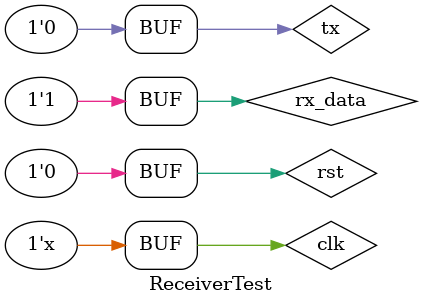
<source format=v>
`timescale 1ns / 1ps


module ReceiverTest;

	// Inputs
	reg clk;
	reg tx;
	reg rst;
	reg rx_data;

	// Outputs
	wire rx_status;
	wire [7:0] RHR;

	// Instantiate the Unit Under Test (UUT)
	Main uut (
		.clk(clk), 
		.tx(tx), 
		.rst(rst), 
		.rx_data(rx_data),
		.rx_status(rx_status),
		.RHR(RHR)
	);

	initial begin
		// Initialize Inputs
		clk = 0;
		tx = 0;
		rst = 0;
		rx_data = 0;

		// Wait 100 ns for global reset to finish
		#100;
		rst = 1;
		#100;
		rst = 0;
        
		// Add stimulus here
		rx_data = 1;
		#13020;
		rx_data = 0;
		
		#104160; //first bit, number is current 01000001
		rx_data = 1;
		
		#104160; //second bit
		rx_data = 0;
		
		#104160; //third bit
		
		#104160; //fourth bit
		
		#104160; //fifth bit
		
		#104160; //sixth bit
		rx_data = 0;
		
		#104160; //seventh bit
		rx_data = 1;
		
		#104160; //eighth bit
		rx_data = 0;
		
		#104160; //stop bit
		rx_data = 1;

	end
	
	always #5 clk = ~clk;
      
endmodule


</source>
